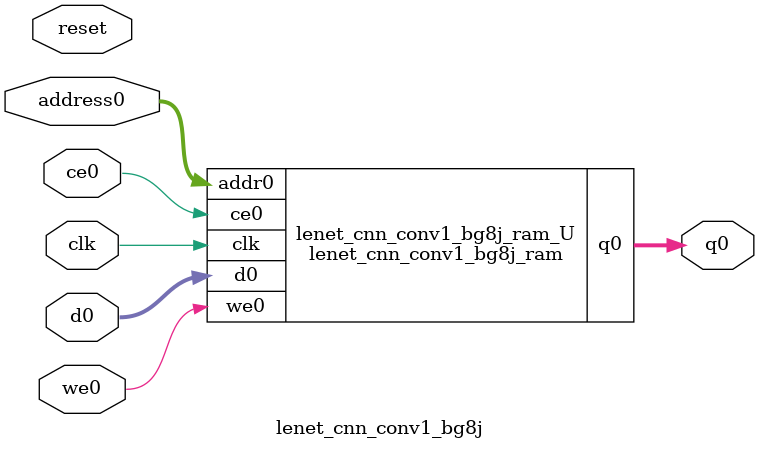
<source format=v>
`timescale 1 ns / 1 ps
module lenet_cnn_conv1_bg8j_ram (addr0, ce0, d0, we0, q0,  clk);

parameter DWIDTH = 32;
parameter AWIDTH = 3;
parameter MEM_SIZE = 6;

input[AWIDTH-1:0] addr0;
input ce0;
input[DWIDTH-1:0] d0;
input we0;
output reg[DWIDTH-1:0] q0;
input clk;

(* ram_style = "distributed" *)reg [DWIDTH-1:0] ram[0:MEM_SIZE-1];




always @(posedge clk)  
begin 
    if (ce0) 
    begin
        if (we0) 
        begin 
            ram[addr0] <= d0; 
        end 
        q0 <= ram[addr0];
    end
end


endmodule

`timescale 1 ns / 1 ps
module lenet_cnn_conv1_bg8j(
    reset,
    clk,
    address0,
    ce0,
    we0,
    d0,
    q0);

parameter DataWidth = 32'd32;
parameter AddressRange = 32'd6;
parameter AddressWidth = 32'd3;
input reset;
input clk;
input[AddressWidth - 1:0] address0;
input ce0;
input we0;
input[DataWidth - 1:0] d0;
output[DataWidth - 1:0] q0;



lenet_cnn_conv1_bg8j_ram lenet_cnn_conv1_bg8j_ram_U(
    .clk( clk ),
    .addr0( address0 ),
    .ce0( ce0 ),
    .we0( we0 ),
    .d0( d0 ),
    .q0( q0 ));

endmodule


</source>
